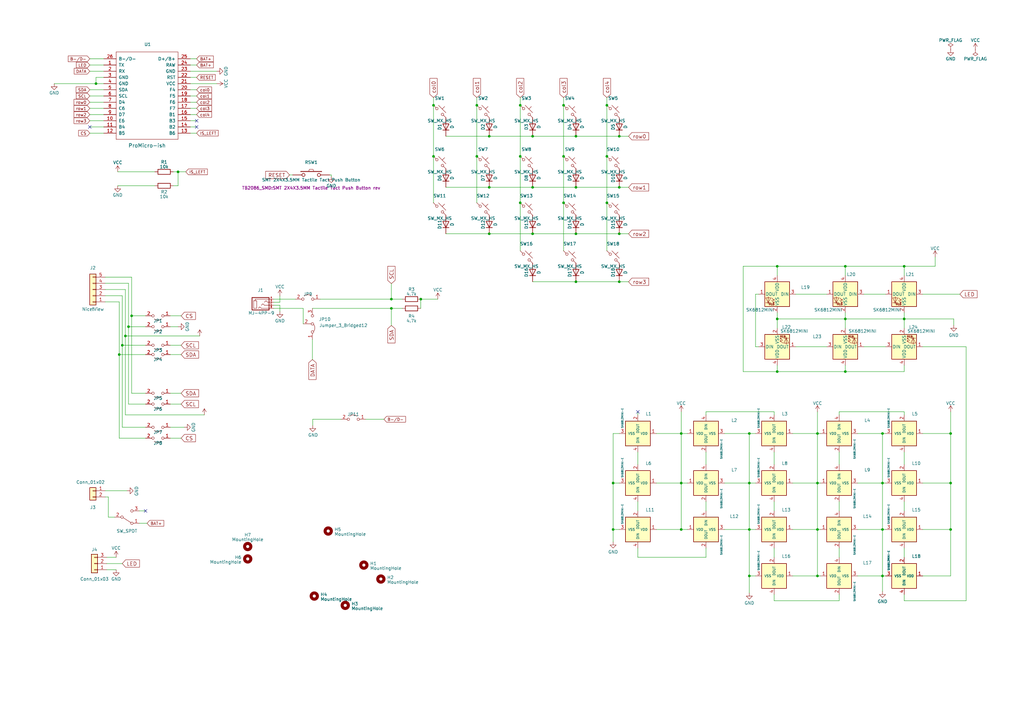
<source format=kicad_sch>
(kicad_sch (version 20231120) (generator "eeschema") (generator_version "8.0")
  (paper "A3")
  (title_block (title "uniCorne Cherry") (date "2023-07-20") (rev "0.9") (company "Thunderbird2086"))
  (junction (at 218.44 55.88))
  (junction (at 236.22 76.835))
  (junction (at 50.165 141.605))
  (junction (at 361.95 236.22))
  (junction (at 248.92 83.185))
  (junction (at 177.8 64.135))
  (junction (at 361.95 177.8))
  (junction (at 251.46 198.12))
  (junction (at 236.22 115.57))
  (junction (at 318.77 152.4))
  (junction (at 195.58 43.18))
  (junction (at 389.89 217.17))
  (junction (at 389.89 198.12))
  (junction (at 370.84 130.81))
  (junction (at 200.66 76.835))
  (junction (at 318.77 109.22))
  (junction (at 389.89 177.8))
  (junction (at 251.46 217.17))
  (junction (at 160.528 122.682))
  (junction (at 236.22 95.885))
  (junction (at 213.36 83.185))
  (junction (at 335.28 198.12))
  (junction (at 335.28 217.17))
  (junction (at 48.895 145.415))
  (junction (at 318.77 130.81))
  (junction (at 307.34 177.8))
  (junction (at 213.36 64.135))
  (junction (at 195.58 64.135))
  (junction (at 218.44 76.835))
  (junction (at 177.8 43.18))
  (junction (at 200.66 95.885))
  (junction (at 200.66 55.88))
  (junction (at 361.95 217.17))
  (junction (at 307.34 198.12))
  (junction (at 160.528 126.492))
  (junction (at 370.84 109.22))
  (junction (at 307.34 236.22))
  (junction (at 231.14 64.135))
  (junction (at 236.22 55.88))
  (junction (at 51.435 137.795))
  (junction (at 346.71 152.4))
  (junction (at 52.705 133.985))
  (junction (at 172.593 122.682))
  (junction (at 254 76.835))
  (junction (at 279.4 198.12))
  (junction (at 231.14 43.18))
  (junction (at 231.14 83.185))
  (junction (at 335.28 177.8))
  (junction (at 346.71 109.22))
  (junction (at 213.36 43.18))
  (junction (at 361.95 198.12))
  (junction (at 53.975 129.54))
  (junction (at 73.025 70.485))
  (junction (at 346.71 130.81))
  (junction (at 248.92 43.18))
  (junction (at 254 115.57))
  (junction (at 307.34 217.17))
  (junction (at 254 55.88))
  (junction (at 335.28 236.22))
  (junction (at 254 95.885))
  (junction (at 218.44 95.885))
  (junction (at 279.4 177.8))
  (junction (at 39.37 34.29))
  (junction (at 248.92 64.135))
  (junction (at 279.4 217.17))
  (no_connect (at 36.83 52.07))
  (no_connect (at 261.62 168.91))
  (no_connect (at 59.69 209.55))
  (no_connect (at 80.645 49.53))
  (no_connect (at 80.645 52.07))
  (wire (pts (xy 36.83 54.61) (xy 42.545 54.61)))
  (wire (pts (xy 200.66 55.88) (xy 218.44 55.88)))
  (wire (pts (xy 195.58 64.135) (xy 195.58 83.185)))
  (wire (pts (xy 269.24 198.12) (xy 279.4 198.12)))
  (wire (pts (xy 344.17 168.91) (xy 370.84 168.91)))
  (wire (pts (xy 281.94 217.17) (xy 279.4 217.17)))
  (wire (pts (xy 36.83 44.45) (xy 42.545 44.45)))
  (wire (pts (xy 135.89 71.755) (xy 135.255 71.755)))
  (wire (pts (xy 279.4 177.8) (xy 279.4 198.12)))
  (wire (pts (xy 326.39 120.65) (xy 339.09 120.65)))
  (wire (pts (xy 51.435 137.795) (xy 51.435 170.18)))
  (wire (pts (xy 135.89 72.39) (xy 135.89 71.755)))
  (wire (pts (xy 318.77 152.4) (xy 346.71 152.4)))
  (wire (pts (xy 261.62 228.6) (xy 289.56 228.6)))
  (wire (pts (xy 279.4 168.91) (xy 279.4 177.8)))
  (wire (pts (xy 78.105 34.29) (xy 88.9 34.29)))
  (wire (pts (xy 53.975 129.54) (xy 59.69 129.54)))
  (wire (pts (xy 59.69 141.605) (xy 50.165 141.605)))
  (wire (pts (xy 69.85 179.705) (xy 74.295 179.705)))
  (wire (pts (xy 269.24 217.17) (xy 279.4 217.17)))
  (wire (pts (xy 248.92 43.18) (xy 248.92 64.135)))
  (wire (pts (xy 51.435 118.745) (xy 43.18 118.745)))
  (wire (pts (xy 304.8 109.22) (xy 304.8 152.4)))
  (wire (pts (xy 74.295 145.415) (xy 69.85 145.415)))
  (wire (pts (xy 59.69 145.415) (xy 48.895 145.415)))
  (wire (pts (xy 177.8 64.135) (xy 177.8 83.185)))
  (wire (pts (xy 391.16 130.81) (xy 370.84 130.81)))
  (wire (pts (xy 128.143 139.192) (xy 128.143 147.447)))
  (wire (pts (xy 36.83 29.21) (xy 42.545 29.21)))
  (wire (pts (xy 231.14 64.135) (xy 231.14 83.185)))
  (wire (pts (xy 261.62 168.91) (xy 261.62 170.18)))
  (wire (pts (xy 346.71 130.81) (xy 370.84 130.81)))
  (wire (pts (xy 317.5 205.74) (xy 317.5 209.55)))
  (wire (pts (xy 361.95 236.22) (xy 363.22 236.22)))
  (wire (pts (xy 361.95 198.12) (xy 361.95 217.17)))
  (wire (pts (xy 53.975 129.54) (xy 53.975 113.665)))
  (wire (pts (xy 370.84 243.84) (xy 370.84 246.38)))
  (wire (pts (xy 251.46 198.12) (xy 254 198.12)))
  (wire (pts (xy 318.77 130.81) (xy 318.77 128.27)))
  (wire (pts (xy 297.18 177.8) (xy 307.34 177.8)))
  (wire (pts (xy 51.435 118.745) (xy 51.435 137.795)))
  (wire (pts (xy 78.105 41.91) (xy 80.645 41.91)))
  (wire (pts (xy 48.895 179.705) (xy 59.69 179.705)))
  (wire (pts (xy 78.105 29.21) (xy 88.9 29.21)))
  (wire (pts (xy 351.79 177.8) (xy 361.95 177.8)))
  (wire (pts (xy 39.37 31.75) (xy 39.37 34.29)))
  (wire (pts (xy 128.143 126.492) (xy 160.528 126.492)))
  (wire (pts (xy 289.56 185.42) (xy 289.56 190.5)))
  (wire (pts (xy 307.34 236.22) (xy 307.34 243.205)))
  (wire (pts (xy 378.46 120.65) (xy 393.7 120.65)))
  (wire (pts (xy 218.44 76.835) (xy 236.22 76.835)))
  (wire (pts (xy 279.4 177.8) (xy 281.94 177.8)))
  (wire (pts (xy 177.8 40.005) (xy 177.8 43.18)))
  (wire (pts (xy 36.83 41.91) (xy 42.545 41.91)))
  (wire (pts (xy 378.46 177.8) (xy 389.89 177.8)))
  (wire (pts (xy 78.105 39.37) (xy 80.645 39.37)))
  (wire (pts (xy 48.895 145.415) (xy 48.895 179.705)))
  (wire (pts (xy 251.46 177.8) (xy 254 177.8)))
  (wire (pts (xy 318.77 152.4) (xy 318.77 149.86)))
  (wire (pts (xy 52.705 165.735) (xy 59.69 165.735)))
  (wire (pts (xy 52.705 116.205) (xy 43.18 116.205)))
  (wire (pts (xy 42.545 26.67) (xy 36.83 26.67)))
  (wire (pts (xy 36.83 24.13) (xy 42.545 24.13)))
  (wire (pts (xy 336.55 217.17) (xy 335.28 217.17)))
  (wire (pts (xy 389.89 198.12) (xy 389.89 217.17)))
  (wire (pts (xy 43.18 201.295) (xy 52.07 201.295)))
  (wire (pts (xy 317.5 224.79) (xy 317.5 228.6)))
  (wire (pts (xy 279.4 198.12) (xy 281.94 198.12)))
  (wire (pts (xy 42.545 52.07) (xy 36.83 52.07)))
  (wire (pts (xy 218.44 115.57) (xy 236.22 115.57)))
  (wire (pts (xy 42.545 39.37) (xy 36.83 39.37)))
  (wire (pts (xy 53.975 161.29) (xy 53.975 129.54)))
  (wire (pts (xy 118.745 71.755) (xy 120.015 71.755)))
  (wire (pts (xy 257.81 55.88) (xy 254 55.88)))
  (wire (pts (xy 213.36 43.18) (xy 213.36 64.135)))
  (wire (pts (xy 52.705 133.985) (xy 59.69 133.985)))
  (wire (pts (xy 50.165 175.26) (xy 59.69 175.26)))
  (wire (pts (xy 318.77 109.22) (xy 318.77 113.03)))
  (wire (pts (xy 112.268 122.682) (xy 121.158 122.682)))
  (wire (pts (xy 335.28 217.17) (xy 335.28 236.22)))
  (wire (pts (xy 112.268 126.492) (xy 124.333 126.492)))
  (wire (pts (xy 309.88 120.65) (xy 311.15 120.65)))
  (wire (pts (xy 182.88 76.835) (xy 200.66 76.835)))
  (wire (pts (xy 307.34 198.12) (xy 309.88 198.12)))
  (wire (pts (xy 335.28 198.12) (xy 336.55 198.12)))
  (wire (pts (xy 257.81 115.57) (xy 254 115.57)))
  (wire (pts (xy 131.318 122.682) (xy 160.528 122.682)))
  (wire (pts (xy 354.33 142.24) (xy 363.22 142.24)))
  (wire (pts (xy 257.81 95.885) (xy 254 95.885)))
  (wire (pts (xy 370.84 190.5) (xy 370.84 185.42)))
  (wire (pts (xy 391.16 130.81) (xy 391.16 133.35)))
  (wire (pts (xy 251.46 217.17) (xy 254 217.17)))
  (wire (pts (xy 257.81 76.835) (xy 254 76.835)))
  (wire (pts (xy 231.14 40.005) (xy 231.14 43.18)))
  (wire (pts (xy 336.55 236.22) (xy 335.28 236.22)))
  (wire (pts (xy 53.975 161.29) (xy 59.69 161.29)))
  (wire (pts (xy 307.34 177.8) (xy 309.88 177.8)))
  (wire (pts (xy 124.333 126.492) (xy 124.333 132.842)))
  (wire (pts (xy 73.025 70.485) (xy 76.2 70.485)))
  (wire (pts (xy 361.95 236.22) (xy 361.95 242.57)))
  (wire (pts (xy 213.36 40.005) (xy 213.36 43.18)))
  (wire (pts (xy 182.88 55.88) (xy 200.66 55.88)))
  (wire (pts (xy 354.33 120.65) (xy 363.22 120.65)))
  (wire (pts (xy 304.8 152.4) (xy 318.77 152.4)))
  (wire (pts (xy 370.84 109.22) (xy 383.54 109.22)))
  (wire (pts (xy 39.37 34.29) (xy 42.545 34.29)))
  (wire (pts (xy 78.105 36.83) (xy 80.645 36.83)))
  (wire (pts (xy 231.14 83.185) (xy 231.14 102.87)))
  (wire (pts (xy 43.815 228.6) (xy 47.625 228.6)))
  (wire (pts (xy 36.83 36.83) (xy 42.545 36.83)))
  (wire (pts (xy 344.17 168.91) (xy 344.17 170.18)))
  (wire (pts (xy 182.88 95.885) (xy 200.66 95.885)))
  (wire (pts (xy 261.62 228.6) (xy 261.62 224.79)))
  (wire (pts (xy 36.83 49.53) (xy 42.545 49.53)))
  (wire (pts (xy 325.12 217.17) (xy 335.28 217.17)))
  (wire (pts (xy 69.85 175.26) (xy 75.565 175.26)))
  (wire (pts (xy 195.58 40.005) (xy 195.58 43.18)))
  (wire (pts (xy 261.62 190.5) (xy 261.62 185.42)))
  (wire (pts (xy 370.84 130.81) (xy 370.84 134.62)))
  (wire (pts (xy 261.62 205.74) (xy 261.62 209.55)))
  (wire (pts (xy 289.56 228.6) (xy 289.56 224.79)))
  (wire (pts (xy 346.71 130.81) (xy 346.71 134.62)))
  (wire (pts (xy 179.578 122.682) (xy 172.593 122.682)))
  (wire (pts (xy 251.46 177.8) (xy 251.46 198.12)))
  (wire (pts (xy 213.36 83.185) (xy 213.36 102.87)))
  (wire (pts (xy 74.295 161.29) (xy 69.85 161.29)))
  (wire (pts (xy 346.71 152.4) (xy 346.71 149.86)))
  (wire (pts (xy 172.593 126.492) (xy 172.593 122.682)))
  (wire (pts (xy 351.79 236.22) (xy 361.95 236.22)))
  (wire (pts (xy 231.14 43.18) (xy 231.14 64.135)))
  (wire (pts (xy 51.435 170.18) (xy 83.82 170.18)))
  (wire (pts (xy 318.77 109.22) (xy 346.71 109.22)))
  (wire (pts (xy 304.8 109.22) (xy 318.77 109.22)))
  (wire (pts (xy 317.5 168.91) (xy 317.5 170.18)))
  (wire (pts (xy 289.56 168.91) (xy 289.56 170.18)))
  (wire (pts (xy 361.95 198.12) (xy 363.22 198.12)))
  (wire (pts (xy 309.88 142.24) (xy 311.15 142.24)))
  (wire (pts (xy 44.45 212.09) (xy 44.45 203.835)))
  (wire (pts (xy 53.975 113.665) (xy 43.18 113.665)))
  (wire (pts (xy 318.77 130.81) (xy 346.71 130.81)))
  (wire (pts (xy 370.84 149.86) (xy 370.84 152.4)))
  (wire (pts (xy 48.26 76.2) (xy 63.5 76.2)))
  (wire (pts (xy 346.71 109.22) (xy 346.71 113.03)))
  (wire (pts (xy 44.45 212.09) (xy 46.99 212.09)))
  (wire (pts (xy 269.24 177.8) (xy 279.4 177.8)))
  (wire (pts (xy 248.92 64.135) (xy 248.92 83.185)))
  (wire (pts (xy 326.39 142.24) (xy 339.09 142.24)))
  (wire (pts (xy 200.66 95.885) (xy 218.44 95.885)))
  (wire (pts (xy 112.268 123.952) (xy 114.808 123.952)))
  (wire (pts (xy 346.71 130.81) (xy 346.71 128.27)))
  (wire (pts (xy 251.46 217.17) (xy 251.46 222.25)))
  (wire (pts (xy 297.18 198.12) (xy 307.34 198.12)))
  (wire (pts (xy 297.18 217.17) (xy 307.34 217.17)))
  (wire (pts (xy 370.84 152.4) (xy 346.71 152.4)))
  (wire (pts (xy 335.28 198.12) (xy 335.28 217.17)))
  (wire (pts (xy 396.24 246.38) (xy 370.84 246.38)))
  (wire (pts (xy 307.34 177.8) (xy 307.34 198.12)))
  (wire (pts (xy 74.295 141.605) (xy 69.85 141.605)))
  (wire (pts (xy 378.46 217.17) (xy 389.89 217.17)))
  (wire (pts (xy 370.84 128.27) (xy 370.84 130.81)))
  (wire (pts (xy 59.69 209.55) (xy 57.15 209.55)))
  (wire (pts (xy 114.808 123.952) (xy 114.808 121.412)))
  (wire (pts (xy 44.45 203.835) (xy 43.18 203.835)))
  (wire (pts (xy 50.165 141.605) (xy 50.165 175.26)))
  (wire (pts (xy 383.54 105.41) (xy 383.54 109.22)))
  (wire (pts (xy 69.85 129.54) (xy 74.295 129.54)))
  (wire (pts (xy 200.66 76.835) (xy 218.44 76.835)))
  (wire (pts (xy 318.77 130.81) (xy 318.77 134.62)))
  (wire (pts (xy 114.808 125.222) (xy 114.808 127.762)))
  (wire (pts (xy 78.105 31.75) (xy 80.645 31.75)))
  (wire (pts (xy 236.22 76.835) (xy 254 76.835)))
  (wire (pts (xy 43.18 123.825) (xy 48.895 123.825)))
  (wire (pts (xy 325.12 177.8) (xy 335.28 177.8)))
  (wire (pts (xy 236.22 95.885) (xy 254 95.885)))
  (wire (pts (xy 289.56 168.91) (xy 317.5 168.91)))
  (wire (pts (xy 128.27 171.958) (xy 139.827 171.958)))
  (wire (pts (xy 325.12 198.12) (xy 335.28 198.12)))
  (wire (pts (xy 160.528 116.332) (xy 160.528 122.682)))
  (wire (pts (xy 236.22 55.88) (xy 254 55.88)))
  (wire (pts (xy 78.105 46.99) (xy 80.645 46.99)))
  (wire (pts (xy 370.84 109.22) (xy 370.84 113.03)))
  (wire (pts (xy 74.295 165.735) (xy 69.85 165.735)))
  (wire (pts (xy 389.89 168.91) (xy 389.89 177.8)))
  (wire (pts (xy 51.435 137.795) (xy 81.915 137.795)))
  (wire (pts (xy 112.268 125.222) (xy 114.808 125.222)))
  (wire (pts (xy 69.85 133.985) (xy 73.025 133.985)))
  (wire (pts (xy 335.28 177.8) (xy 336.55 177.8)))
  (wire (pts (xy 309.88 120.65) (xy 309.88 142.24)))
  (wire (pts (xy 128.27 174.498) (xy 128.27 171.958)))
  (wire (pts (xy 160.528 126.492) (xy 164.973 126.492)))
  (wire (pts (xy 370.84 205.74) (xy 370.84 209.55)))
  (wire (pts (xy 325.12 236.22) (xy 335.28 236.22)))
  (wire (pts (xy 177.8 43.18) (xy 177.8 64.135)))
  (wire (pts (xy 248.92 40.005) (xy 248.92 43.18)))
  (wire (pts (xy 361.95 217.17) (xy 361.95 236.22)))
  (wire (pts (xy 317.5 246.38) (xy 344.17 246.38)))
  (wire (pts (xy 160.528 122.682) (xy 164.973 122.682)))
  (wire (pts (xy 236.22 115.57) (xy 254 115.57)))
  (wire (pts (xy 351.79 217.17) (xy 361.95 217.17)))
  (wire (pts (xy 361.95 217.17) (xy 363.22 217.17)))
  (wire (pts (xy 307.34 236.22) (xy 309.88 236.22)))
  (wire (pts (xy 43.18 121.285) (xy 50.165 121.285)))
  (wire (pts (xy 389.89 177.8) (xy 389.89 198.12)))
  (wire (pts (xy 361.95 177.8) (xy 361.95 198.12)))
  (wire (pts (xy 43.815 233.68) (xy 47.625 233.68)))
  (wire (pts (xy 335.28 168.91) (xy 335.28 177.8)))
  (wire (pts (xy 39.37 31.75) (xy 42.545 31.75)))
  (wire (pts (xy 344.17 224.79) (xy 344.17 228.6)))
  (wire (pts (xy 36.83 46.99) (xy 42.545 46.99)))
  (wire (pts (xy 50.165 121.285) (xy 50.165 141.605)))
  (wire (pts (xy 344.17 185.42) (xy 344.17 190.5)))
  (wire (pts (xy 160.528 126.492) (xy 160.528 133.477)))
  (wire (pts (xy 195.58 43.18) (xy 195.58 64.135)))
  (wire (pts (xy 48.26 70.485) (xy 63.5 70.485)))
  (wire (pts (xy 361.95 177.8) (xy 363.22 177.8)))
  (wire (pts (xy 307.34 217.17) (xy 307.34 236.22)))
  (wire (pts (xy 370.84 224.79) (xy 370.84 228.6)))
  (wire (pts (xy 78.105 24.13) (xy 80.645 24.13)))
  (wire (pts (xy 71.12 76.2) (xy 73.025 76.2)))
  (wire (pts (xy 344.17 246.38) (xy 344.17 243.84)))
  (wire (pts (xy 43.815 231.14) (xy 50.165 231.14)))
  (wire (pts (xy 149.987 171.958) (xy 157.48 171.958)))
  (wire (pts (xy 378.46 198.12) (xy 389.89 198.12)))
  (wire (pts (xy 52.705 165.735) (xy 52.705 133.985)))
  (wire (pts (xy 317.5 190.5) (xy 317.5 185.42)))
  (wire (pts (xy 57.15 214.63) (xy 60.325 214.63)))
  (wire (pts (xy 307.34 217.17) (xy 309.88 217.17)))
  (wire (pts (xy 78.105 49.53) (xy 80.645 49.53)))
  (wire (pts (xy 78.105 52.07) (xy 80.645 52.07)))
  (wire (pts (xy 307.34 198.12) (xy 307.34 217.17)))
  (wire (pts (xy 378.46 236.22) (xy 389.89 236.22)))
  (wire (pts (xy 71.12 70.485) (xy 73.025 70.485)))
  (wire (pts (xy 351.79 198.12) (xy 361.95 198.12)))
  (wire (pts (xy 251.46 198.12) (xy 251.46 217.17)))
  (wire (pts (xy 73.025 70.485) (xy 73.025 76.2)))
  (wire (pts (xy 218.44 55.88) (xy 236.22 55.88)))
  (wire (pts (xy 279.4 198.12) (xy 279.4 217.17)))
  (wire (pts (xy 78.105 54.61) (xy 80.645 54.61)))
  (wire (pts (xy 389.89 217.17) (xy 389.89 236.22)))
  (wire (pts (xy 78.105 44.45) (xy 80.645 44.45)))
  (wire (pts (xy 370.84 168.91) (xy 370.84 170.18)))
  (wire (pts (xy 317.5 246.38) (xy 317.5 243.84)))
  (wire (pts (xy 396.24 142.24) (xy 378.46 142.24)))
  (wire (pts (xy 344.17 205.74) (xy 344.17 209.55)))
  (wire (pts (xy 22.225 34.29) (xy 39.37 34.29)))
  (wire (pts (xy 48.895 123.825) (xy 48.895 145.415)))
  (wire (pts (xy 52.705 133.985) (xy 52.705 116.205)))
  (wire (pts (xy 396.24 246.38) (xy 396.24 142.24)))
  (wire (pts (xy 346.71 109.22) (xy 370.84 109.22)))
  (wire (pts (xy 218.44 95.885) (xy 236.22 95.885)))
  (wire (pts (xy 248.92 83.185) (xy 248.92 102.87)))
  (wire (pts (xy 78.105 26.67) (xy 80.645 26.67)))
  (wire (pts (xy 289.56 205.74) (xy 289.56 209.55)))
  (wire (pts (xy 213.36 64.135) (xy 213.36 83.185)))
  (wire (pts (xy 335.28 177.8) (xy 335.28 198.12)))
  (global_label "col0" (shape input) (at 177.8 40.005 90) (effects (font (size 1.524 1.524))) (property "Intersheetrefs" "${INTERSHEET_REFS}" (effects (hide yes))))
  (global_label "col4" (shape input) (at 248.92 40.005 90) (effects (font (size 1.524 1.524))) (property "Intersheetrefs" "${INTERSHEET_REFS}" (effects (hide yes))))
  (global_label "BAT+" (shape input) (at 80.645 26.67 0) (effects (font (size 1.1938 1.1938))) (property "Intersheetrefs" "${INTERSHEET_REFS}" (effects (hide yes))))
  (global_label "RESET" (shape input) (at 118.745 71.755 180) (effects (font (size 1.524 1.524))) (property "Intersheetrefs" "${INTERSHEET_REFS}" (effects (hide yes))))
  (global_label "IS_LEFT" (shape input) (at 80.645 54.61 0) (effects (font (size 1.1938 1.1938))) (property "Intersheetrefs" "${INTERSHEET_REFS}" (effects (hide yes))))
  (global_label "col1" (shape input) (at 195.58 40.005 90) (effects (font (size 1.524 1.524))) (property "Intersheetrefs" "${INTERSHEET_REFS}" (effects (hide yes))))
  (global_label "SCL" (shape input) (at 36.83 39.37 180) (effects (font (size 1.1938 1.1938))) (property "Intersheetrefs" "${INTERSHEET_REFS}" (effects (hide yes))))
  (global_label "SDA" (shape input) (at 160.528 133.477 270) (effects (font (size 1.524 1.524))) (property "Intersheetrefs" "${INTERSHEET_REFS}" (effects (hide yes))))
  (global_label "row1" (shape input) (at 36.83 44.45 180) (effects (font (size 1.1938 1.1938))) (property "Intersheetrefs" "${INTERSHEET_REFS}" (effects (hide yes))))
  (global_label "B-{slash}D-" (shape input) (at 36.83 24.13 180) (effects (font (size 1.1938 1.1938))) (property "Intersheetrefs" "${INTERSHEET_REFS}" (effects (hide yes))))
  (global_label "row1" (shape input) (at 257.81 76.835 0) (effects (font (size 1.524 1.524))) (property "Intersheetrefs" "${INTERSHEET_REFS}" (effects (hide yes))))
  (global_label "row2" (shape input) (at 257.81 95.885 0) (effects (font (size 1.524 1.524))) (property "Intersheetrefs" "${INTERSHEET_REFS}" (effects (hide yes))))
  (global_label "IS_LEFT" (shape input) (at 76.2 70.485 0) (effects (font (size 1.1938 1.1938))) (property "Intersheetrefs" "${INTERSHEET_REFS}" (effects (hide yes))))
  (global_label "SCL" (shape input) (at 74.295 165.735 0) (effects (font (size 1.524 1.524))) (property "Intersheetrefs" "${INTERSHEET_REFS}" (effects (hide yes))))
  (global_label "LED" (shape input) (at 393.7 120.65 0) (effects (font (size 1.524 1.524))) (property "Intersheetrefs" "${INTERSHEET_REFS}" (effects (hide yes))))
  (global_label "col2" (shape input) (at 213.36 40.005 90) (effects (font (size 1.524 1.524))) (property "Intersheetrefs" "${INTERSHEET_REFS}" (effects (hide yes))))
  (global_label "LED" (shape input) (at 36.83 26.67 180) (effects (font (size 1.1938 1.1938))) (property "Intersheetrefs" "${INTERSHEET_REFS}" (effects (hide yes))))
  (global_label "BAT+" (shape input) (at 80.645 24.13 0) (effects (font (size 1.1938 1.1938))) (property "Intersheetrefs" "${INTERSHEET_REFS}" (effects (hide yes))))
  (global_label "row3" (shape input) (at 257.81 115.57 0) (effects (font (size 1.524 1.524))) (property "Intersheetrefs" "${INTERSHEET_REFS}" (effects (hide yes))))
  (global_label "LED" (shape input) (at 50.165 231.14 0) (effects (font (size 1.524 1.524))) (property "Intersheetrefs" "${INTERSHEET_REFS}" (effects (hide yes))))
  (global_label "col4" (shape input) (at 80.645 46.99 0) (effects (font (size 1.1938 1.1938))) (property "Intersheetrefs" "${INTERSHEET_REFS}" (effects (hide yes))))
  (global_label "col0" (shape input) (at 80.645 36.83 0) (effects (font (size 1.1938 1.1938))) (property "Intersheetrefs" "${INTERSHEET_REFS}" (effects (hide yes))))
  (global_label "SDA" (shape input) (at 74.295 161.29 0) (effects (font (size 1.524 1.524))) (property "Intersheetrefs" "${INTERSHEET_REFS}" (effects (hide yes))))
  (global_label "BAT+" (shape input) (at 60.325 214.63 0) (effects (font (size 1.1938 1.1938))) (property "Intersheetrefs" "${INTERSHEET_REFS}" (effects (hide yes))))
  (global_label "CS" (shape input) (at 36.83 54.61 180) (effects (font (size 1.1938 1.1938))) (property "Intersheetrefs" "${INTERSHEET_REFS}" (effects (hide yes))))
  (global_label "RESET" (shape input) (at 80.645 31.75 0) (effects (font (size 1.1938 1.1938))) (property "Intersheetrefs" "${INTERSHEET_REFS}" (effects (hide yes))))
  (global_label "B-{slash}D-" (shape input) (at 157.48 171.958 0) (effects (font (size 1.1938 1.1938))) (property "Intersheetrefs" "${INTERSHEET_REFS}" (effects (hide yes))))
  (global_label "row3" (shape input) (at 36.83 49.53 180) (effects (font (size 1.1938 1.1938))) (property "Intersheetrefs" "${INTERSHEET_REFS}" (effects (hide yes))))
  (global_label "col3" (shape input) (at 231.14 40.005 90) (effects (font (size 1.524 1.524))) (property "Intersheetrefs" "${INTERSHEET_REFS}" (effects (hide yes))))
  (global_label "col3" (shape input) (at 80.645 44.45 0) (effects (font (size 1.1938 1.1938))) (property "Intersheetrefs" "${INTERSHEET_REFS}" (effects (hide yes))))
  (global_label "SCL" (shape input) (at 74.295 141.605 0) (effects (font (size 1.524 1.524))) (property "Intersheetrefs" "${INTERSHEET_REFS}" (effects (hide yes))))
  (global_label "row0" (shape input) (at 257.81 55.88 0) (effects (font (size 1.524 1.524))) (property "Intersheetrefs" "${INTERSHEET_REFS}" (effects (hide yes))))
  (global_label "SCL" (shape input) (at 160.528 116.332 90) (effects (font (size 1.524 1.524))) (property "Intersheetrefs" "${INTERSHEET_REFS}" (effects (hide yes))))
  (global_label "SDA" (shape input) (at 36.83 36.83 180) (effects (font (size 1.1938 1.1938))) (property "Intersheetrefs" "${INTERSHEET_REFS}" (effects (hide yes))))
  (global_label "col1" (shape input) (at 80.645 39.37 0) (effects (font (size 1.1938 1.1938))) (property "Intersheetrefs" "${INTERSHEET_REFS}" (effects (hide yes))))
  (global_label "DATA" (shape input) (at 128.143 147.447 270) (effects (font (size 1.524 1.524))) (property "Intersheetrefs" "${INTERSHEET_REFS}" (effects (hide yes))))
  (global_label "CS" (shape input) (at 74.295 179.705 0) (effects (font (size 1.524 1.524))) (property "Intersheetrefs" "${INTERSHEET_REFS}" (effects (hide yes))))
  (global_label "SDA" (shape input) (at 74.295 145.415 0) (effects (font (size 1.524 1.524))) (property "Intersheetrefs" "${INTERSHEET_REFS}" (effects (hide yes))))
  (global_label "DATA" (shape input) (at 36.83 29.21 180) (effects (font (size 1.1938 1.1938))) (property "Intersheetrefs" "${INTERSHEET_REFS}" (effects (hide yes))))
  (global_label "col2" (shape input) (at 80.645 41.91 0) (effects (font (size 1.1938 1.1938))) (property "Intersheetrefs" "${INTERSHEET_REFS}" (effects (hide yes))))
  (global_label "row2" (shape input) (at 36.83 46.99 180) (effects (font (size 1.1938 1.1938))) (property "Intersheetrefs" "${INTERSHEET_REFS}" (effects (hide yes))))
  (global_label "CS" (shape input) (at 74.295 129.54 0) (effects (font (size 1.524 1.524))) (property "Intersheetrefs" "${INTERSHEET_REFS}" (effects (hide yes))))
  (global_label "row0" (shape input) (at 36.83 41.91 180) (effects (font (size 1.1938 1.1938))) (property "Intersheetrefs" "${INTERSHEET_REFS}" (effects (hide yes))))
  (symbol (lib_id "Device:D") (at 218.44 111.76 90) (unit 1)
    (property "Reference" "D16" (at 215.9 111.76 0))
    (property "Value" "D" (at 220.98 111.76 0))
    (property "Footprint" "TB2086_SMD:D3_SMD_rev" (effects (hide yes)))
    (property "Sim.Device" "D" (effects (hide yes)))
    (property "Sim.Pins" "1=K 2=A" (effects (hide yes)))
  )
  (symbol (lib_id "Jumper:Jumper_2_Open") (at 64.77 165.735 180) (unit 1)
    (property "Reference" "JP6" (at 64.77 167.767 0))
    (property "Footprint" "Jumper:SolderJumper-2_P1.3mm_Open_TrianglePad1.0x1.5mm" (effects (hide yes)))
  )
  (symbol (lib_id "TB2086_KEYSWITCH:SW_MX_HS") (at 198.12 85.725 0) (unit 1)
    (property "Reference" "SW12" (at 198.12 80.3021 0))
    (property "Value" "SW_MX_HS" (at 198.12 89.535 0))
    (property "Footprint" "TB2086_KEYSWITCH:SW_MX_HS_1u_reversible" (effects (hide yes)))
  )
  (symbol (lib_id "TB2086_LED:SK6812MINI-E") (at 370.84 236.22 270) (mirror x) (unit 1)
    (property "Reference" "L18" (at 373.9897 228.1301 90) (effects (justify left)))
    (property "Value" "SK6812MINI-E" (at 364.49 229.87 0) (effects (font (size 0.7366 0.7366))))
    (property "Footprint" "TB2086_LED:LED_SK6812MINI-E_rev" (effects (hide yes)))
    (property "Datasheet" "https://cdn-shop.adafruit.com/product-files/2686/SK6812MINI_REV.01-1-2.pdf" (effects (hide yes)))
  )
  (symbol (lib_id "Mechanical:MountingHole") (at 141.605 248.285 0) (unit 1)
    (property "Reference" "H3" (at 144.145 247.6413 0) (effects (justify left)))
    (property "Value" "MountingHole" (at 144.145 249.5623 0) (effects (justify left)))
    (property "Footprint" "TB2086_MISC:M2_Hole_TH_Outside" (effects (hide yes)))
  )
  (symbol (lib_id "Switch:SW_SPDT") (at 52.07 212.09 0) (mirror x) (unit 1)
    (property "Reference" "PSW1" (effects (hide yes)))
    (property "Value" "SW_SPDT" (at 52.07 217.805 0))
    (property "Footprint" "TB2086_SMD:SW_SPDT_PCM12_reversible" (effects (hide yes)))
  )
  (symbol (lib_id "Device:D") (at 182.88 52.07 90) (unit 1)
    (property "Reference" "D1" (at 180.34 52.07 0))
    (property "Value" "D" (at 185.42 52.07 0))
    (property "Footprint" "TB2086_SMD:D3_SMD_rev" (effects (hide yes)))
    (property "Sim.Device" "D" (effects (hide yes)))
    (property "Sim.Pins" "1=K 2=A" (effects (hide yes)))
  )
  (symbol (lib_id "TB2086_KEYSWITCH:SW_MX_HS") (at 215.9 105.41 0) (unit 1)
    (property "Reference" "SW16" (at 215.9 99.9871 0))
    (property "Value" "SW_MX_HS" (at 215.9 109.22 0))
    (property "Footprint" "TB2086_KEYSWITCH:SW_MX_HS_1u_reversible" (effects (hide yes)))
  )
  (symbol (lib_id "Device:D") (at 200.66 92.075 90) (unit 1)
    (property "Reference" "D12" (at 198.12 92.075 0))
    (property "Value" "D" (at 203.2 92.075 0))
    (property "Footprint" "TB2086_SMD:D3_SMD_rev" (effects (hide yes)))
    (property "Sim.Device" "D" (effects (hide yes)))
    (property "Sim.Pins" "1=K 2=A" (effects (hide yes)))
  )
  (symbol (lib_id "power:VCC") (at 81.915 137.795 0) (unit 1)
    (property "Reference" "#PWR04" (effects (hide yes)))
    (property "Value" "VCC" (effects (hide yes)))
  )
  (symbol (lib_id "Device:D") (at 218.44 92.075 90) (unit 1)
    (property "Reference" "D13" (at 215.9 92.075 0))
    (property "Value" "D" (at 220.98 92.075 0))
    (property "Footprint" "TB2086_SMD:D3_SMD_rev" (effects (hide yes)))
    (property "Sim.Device" "D" (effects (hide yes)))
    (property "Sim.Pins" "1=K 2=A" (effects (hide yes)))
  )
  (symbol (lib_id "power:GND") (at 114.808 127.762 0) (unit 1)
    (property "Reference" "#PWR08" (effects (hide yes)))
    (property "Value" "GND" (at 114.808 131.572 0))
  )
  (symbol (lib_id "Device:R") (at 168.783 122.682 90) (unit 1)
    (property "Reference" "R3" (at 168.783 118.6561 90))
    (property "Value" "4.7k" (at 168.783 120.5771 90))
    (property "Footprint" "TB2086_SMD:R_0805_2012Metric_Pad1.20x1.40mm_HandSolder_rev" (effects (hide yes)))
  )
  (symbol (lib_id "power:GND") (at 75.565 175.26 90) (unit 1)
    (property "Reference" "#PWR02" (effects (hide yes)))
    (property "Value" "GND" (at 79.375 175.26 0))
  )
  (symbol (lib_id "TB2086_LED:SK6812MINI-E") (at 317.5 198.12 270) (mirror x) (unit 1)
    (property "Reference" "L8" (at 320.6497 190.0301 90) (effects (justify left)))
    (property "Value" "SK6812MINI-E" (at 311.15 191.77 0) (effects (font (size 0.7366 0.7366))))
    (property "Footprint" "TB2086_LED:LED_SK6812MINI-E_rev" (effects (hide yes)))
    (property "Datasheet" "https://cdn-shop.adafruit.com/product-files/2686/SK6812MINI_REV.01-1-2.pdf" (effects (hide yes)))
  )
  (symbol (lib_id "power:VCC") (at 389.89 168.91 0) (unit 1)
    (property "Reference" "#PWR0104" (effects (hide yes)))
    (property "Value" "VCC" (at 389.89 165.4081 0))
  )
  (symbol (lib_id "power:VCC") (at 47.625 228.6 0) (unit 1)
    (property "Reference" "#PWR0116" (effects (hide yes)))
    (property "Value" "VCC" (at 47.625 224.79 0))
  )
  (symbol (lib_id "Jumper:Jumper_2_Open") (at 64.77 145.415 180) (unit 1)
    (property "Reference" "JP4" (at 64.77 147.447 0))
    (property "Footprint" "Jumper:SolderJumper-2_P1.3mm_Open_TrianglePad1.0x1.5mm" (effects (hide yes)))
  )
  (symbol (lib_id "Jumper:Jumper_2_Open") (at 126.238 122.682 0) (mirror y) (unit 1)
    (property "Reference" "JP9" (at 126.238 120.65 0))
    (property "Footprint" "TB2086_MISC:SolderJumper-2_P1.3mm_Open_TrianglePad1.0x1.2mm_rev" (effects (hide yes)))
  )
  (symbol (lib_id "TB2086_KEYSWITCH:SW_MX_HS") (at 233.68 45.72 0) (unit 1)
    (property "Reference" "SW4" (at 233.68 40.2971 0))
    (property "Value" "SW_MX_HS" (at 233.68 49.53 0))
    (property "Footprint" "TB2086_KEYSWITCH:SW_MX_HS_1u_reversible" (effects (hide yes)))
  )
  (symbol (lib_id "Jumper:Jumper_2_Open") (at 64.77 133.985 180) (unit 1)
    (property "Reference" "JP2" (at 64.77 136.017 0))
    (property "Footprint" "Jumper:SolderJumper-2_P1.3mm_Open_TrianglePad1.0x1.5mm" (effects (hide yes)))
  )
  (symbol (lib_id "TB2086_LED:SK6812MINI") (at 370.84 142.24 0) (mirror x) (unit 1)
    (property "Reference" "L24" (at 372.7959 134.1501 0) (effects (justify left)))
    (property "Value" "SK6812MINI" (at 372.11 136.525 0) (effects (justify left top)))
    (property "Footprint" "TB2086_LED:LED_SK6812MINI_PLCC4_3.5x3.5mm_P1.75mm_rev_all" (effects (hide yes)))
    (property "Datasheet" "https://cdn-shop.adafruit.com/product-files/2686/SK6812MINI_REV.01-1-2.pdf" (effects (hide yes)))
  )
  (symbol (lib_id "TB2086_SMD:SMT 2X4X3.5MM Tactile Tact Push Button") (at 127.635 71.755 0) (mirror y) (unit 1)
    (property "Reference" "RSW1" (at 127.635 66.5861 0))
    (property "Value" "SMT 2X4X3.5MM Tactile Tact Push Button" (at 127.635 73.787 0))
    (property "Footprint" "TB2086_SMD:SMT 2X4X3.5MM Tactile Tact Push Button rev" (at 127.6096 77.089 0))
  )
  (symbol (lib_id "TB2086_LED:SK6812MINI-E") (at 344.17 217.17 90) (mirror x) (unit 1)
    (property "Reference" "L14" (at 355.738 211.7723 90))
    (property "Value" "SK6812MINI-E" (at 350.52 223.52 0) (effects (font (size 0.7366 0.7366))))
    (property "Footprint" "TB2086_LED:LED_SK6812MINI-E_rev" (effects (hide yes)))
    (property "Datasheet" "https://cdn-shop.adafruit.com/product-files/2686/SK6812MINI_REV.01-1-2.pdf" (effects (hide yes)))
  )
  (symbol (lib_id "power:VCC") (at 179.578 122.682 0) (unit 1)
    (property "Reference" "#PWR010" (effects (hide yes)))
    (property "Value" "VCC" (at 179.578 118.872 0))
  )
  (symbol (lib_id "power:PWR_FLAG") (at 400.05 20.32 180) (unit 1)
    (property "Reference" "#FLG0101" (effects (hide yes)))
    (property "Value" "PWR_FLAG" (at 400.05 24.13 0))
  )
  (symbol (lib_id "power:GND") (at 52.07 201.295 90) (unit 1)
    (property "Reference" "#PWR0118" (effects (hide yes)))
    (property "Value" "GND" (at 56.007 201.422 0))
  )
  (symbol (lib_id "TB2086_MISC:ProMicro-ish") (at 60.325 45.72 0) (unit 1)
    (property "Reference" "U1" (at 60.5282 18.1958 0))
    (property "Value" "ProMicro-ish" (at 60.325 59.69 0) (effects (font (size 1.524 1.524))))
    (property "Footprint" "TB2086_MISC:ProMicro-ish-dn-rev-unrouted_3x5" (effects (hide yes)))
  )
  (symbol (lib_id "TB2086_KEYSWITCH:SW_MX_HS") (at 251.46 85.725 0) (unit 1)
    (property "Reference" "SW15" (at 251.46 80.3021 0))
    (property "Value" "SW_MX_HS" (at 251.46 89.535 0))
    (property "Footprint" "TB2086_KEYSWITCH:SW_MX_HS_1u_reversible" (effects (hide yes)))
  )
  (symbol (lib_id "Device:R") (at 67.31 76.2 90) (unit 1)
    (property "Reference" "R2" (at 67.31 78.724 90))
    (property "Value" "10k" (at 67.31 80.645 90))
    (property "Footprint" "Resistor_SMD:R_0805_2012Metric_Pad1.20x1.40mm_HandSolder" (effects (hide yes)))
  )
  (symbol (lib_id "power:GND") (at 251.46 222.25 0) (unit 1)
    (property "Reference" "#PWR0101" (effects (hide yes)))
    (property "Value" "GND" (at 251.46 226.3855 0))
  )
  (symbol (lib_id "TB2086_LED:SK6812MINI") (at 318.77 120.65 0) (mirror y) (unit 1)
    (property "Reference" "L19" (at 330.338 117.8179 0))
    (property "Value" "SK6812MINI" (at 317.5 126.365 0) (effects (justify left top)))
    (property "Footprint" "TB2086_LED:LED_SK6812MINI_PLCC4_3.5x3.5mm_P1.75mm_rev_all" (effects (hide yes)))
    (property "Datasheet" "https://cdn-shop.adafruit.com/product-files/2686/SK6812MINI_REV.01-1-2.pdf" (effects (hide yes)))
  )
  (symbol (lib_id "TB2086_LED:SK6812MINI") (at 346.71 120.65 0) (mirror y) (unit 1)
    (property "Reference" "L20" (at 347.2941 112.5601 0) (effects (justify right)))
    (property "Value" "SK6812MINI" (at 345.44 126.365 0) (effects (justify left top)))
    (property "Footprint" "TB2086_LED:LED_SK6812MINI_PLCC4_3.5x3.5mm_P1.75mm_rev_all" (effects (hide yes)))
    (property "Datasheet" "https://cdn-shop.adafruit.com/product-files/2686/SK6812MINI_REV.01-1-2.pdf" (effects (hide yes)))
  )
  (symbol (lib_id "Device:R") (at 67.31 70.485 90) (unit 1)
    (property "Reference" "R1" (at 67.31 66.4591 90))
    (property "Value" "10k" (at 67.31 68.3801 90))
    (property "Footprint" "Resistor_SMD:R_0805_2012Metric_Pad1.20x1.40mm_HandSolder" (effects (hide yes)))
  )
  (symbol (lib_id "TB2086_LED:SK6812MINI-E") (at 344.17 177.8 90) (mirror x) (unit 1)
    (property "Reference" "L4" (at 355.738 172.4023 90))
    (property "Value" "SK6812MINI-E" (at 350.52 184.15 0) (effects (font (size 0.7366 0.7366))))
    (property "Footprint" "TB2086_LED:LED_SK6812MINI-E_rev" (effects (hide yes)))
    (property "Datasheet" "https://cdn-shop.adafruit.com/product-files/2686/SK6812MINI_REV.01-1-2.pdf" (effects (hide yes)))
  )
  (symbol (lib_id "power:VCC") (at 83.82 170.18 0) (unit 1)
    (property "Reference" "#PWR03" (effects (hide yes)))
    (property "Value" "VCC" (effects (hide yes)))
  )
  (symbol (lib_id "power:PWR_FLAG") (at 389.89 20.32 0) (unit 1)
    (property "Reference" "#FLG0102" (effects (hide yes)))
    (property "Value" "PWR_FLAG" (at 389.89 16.51 0))
  )
  (symbol (lib_id "Mechanical:MountingHole") (at 128.905 244.475 0) (unit 1)
    (property "Reference" "H4" (at 131.445 243.8313 0) (effects (justify left)))
    (property "Value" "MountingHole" (at 131.445 245.7523 0) (effects (justify left)))
    (property "Footprint" "TB2086_MISC:M2_Hole_TH_Outside" (effects (hide yes)))
  )
  (symbol (lib_id "TB2086_LED:SK6812MINI-E") (at 261.62 217.17 270) (mirror x) (unit 1)
    (property "Reference" "L11" (at 264.7697 209.0801 90) (effects (justify left)))
    (property "Value" "SK6812MINI-E" (at 255.27 210.82 0) (effects (font (size 0.7366 0.7366))))
    (property "Footprint" "TB2086_LED:LED_SK6812MINI-E_rev" (effects (hide yes)))
    (property "Datasheet" "https://cdn-shop.adafruit.com/product-files/2686/SK6812MINI_REV.01-1-2.pdf" (effects (hide yes)))
  )
  (symbol (lib_id "TB2086_MISC:MJ-4PP-9") (at 107.188 124.587 0) (unit 1)
    (property "Reference" "J1" (at 106.8705 119.0117 0))
    (property "Value" "MJ-4PP-9" (at 107.188 128.397 0))
    (property "Footprint" "TB2086_MISC:TRRS-PJ-320A-rev" (effects (hide yes)))
  )
  (symbol (lib_id "power:GND") (at 48.26 76.2 0) (unit 1)
    (property "Reference" "#PWR06" (effects (hide yes)))
    (property "Value" "GND" (at 48.26 80.01 0))
  )
  (symbol (lib_id "Device:D") (at 200.66 52.07 90) (unit 1)
    (property "Reference" "D2" (at 198.12 52.07 0))
    (property "Value" "D" (at 203.2 52.07 0))
    (property "Footprint" "TB2086_SMD:D3_SMD_rev" (effects (hide yes)))
    (property "Sim.Device" "D" (effects (hide yes)))
    (property "Sim.Pins" "1=K 2=A" (effects (hide yes)))
  )
  (symbol (lib_id "power:VCC") (at 114.808 121.412 0) (unit 1)
    (property "Reference" "#PWR07" (effects (hide yes)))
    (property "Value" "VCC" (at 114.808 117.602 0))
  )
  (symbol (lib_id "TB2086_KEYSWITCH:SW_MX_HS") (at 233.68 105.41 0) (unit 1)
    (property "Reference" "SW17" (at 233.68 99.9871 0))
    (property "Value" "SW_MX_HS" (at 233.68 109.22 0))
    (property "Footprint" "TB2086_KEYSWITCH:SW_MX_HS_1u_reversible" (effects (hide yes)))
  )
  (symbol (lib_id "TB2086_LED:SK6812MINI") (at 346.71 142.24 0) (mirror x) (unit 1)
    (property "Reference" "L23" (at 335.142 138.0361 0))
    (property "Value" "SK6812MINI" (at 347.98 136.525 0) (effects (justify left top)))
    (property "Footprint" "TB2086_LED:LED_SK6812MINI_PLCC4_3.5x3.5mm_P1.75mm_rev_all" (effects (hide yes)))
    (property "Datasheet" "https://cdn-shop.adafruit.com/product-files/2686/SK6812MINI_REV.01-1-2.pdf" (effects (hide yes)))
  )
  (symbol (lib_id "Jumper:Jumper_2_Open") (at 64.77 175.26 180) (unit 1)
    (property "Reference" "JP7" (at 64.77 177.292 0))
    (property "Footprint" "Jumper:SolderJumper-2_P1.3mm_Open_TrianglePad1.0x1.5mm" (effects (hide yes)))
  )
  (symbol (lib_id "TB2086_KEYSWITCH:SW_MX_HS") (at 198.12 66.675 0) (unit 1)
    (property "Reference" "SW7" (at 198.12 61.2521 0))
    (property "Value" "SW_MX_HS" (at 198.12 70.485 0))
    (property "Footprint" "TB2086_KEYSWITCH:SW_MX_HS_1u_reversible" (effects (hide yes)))
  )
  (symbol (lib_id "Jumper:Jumper_3_Bridged12") (at 128.143 132.842 270) (mirror x) (unit 1)
    (property "Reference" "JP10" (at 133.223 130.937 90))
    (property "Value" "Jumper_3_Bridged12" (at 140.843 133.477 90))
    (property "Footprint" "TB2086_MISC:SolderJumper-3_P1.3mm_Bridged2Bar12_RoundedPad1.0x1.5mm_rev" (effects (hide yes)))
  )
  (symbol (lib_id "Device:D") (at 182.88 92.075 90) (unit 1)
    (property "Reference" "D11" (at 180.34 92.075 0))
    (property "Value" "D" (at 185.42 92.075 0))
    (property "Footprint" "TB2086_SMD:D3_SMD_rev" (effects (hide yes)))
    (property "Sim.Device" "D" (effects (hide yes)))
    (property "Sim.Pins" "1=K 2=A" (effects (hide yes)))
  )
  (symbol (lib_id "power:GND") (at 22.225 34.29 0) (unit 1)
    (property "Reference" "#PWR0121" (effects (hide yes)))
    (property "Value" "GND" (at 22.225 38.1 0))
  )
  (symbol (lib_id "power:GND") (at 47.625 233.68 0) (unit 1)
    (property "Reference" "#PWR0115" (effects (hide yes)))
    (property "Value" "GND" (at 47.625 237.49 0))
  )
  (symbol (lib_id "power:VCC") (at 88.9 34.29 270) (unit 1)
    (property "Reference" "#PWR0111" (effects (hide yes)))
    (property "Value" "VCC" (at 92.71 34.29 0))
  )
  (symbol (lib_id "TB2086_LED:SK6812MINI-E") (at 317.5 236.22 270) (mirror x) (unit 1)
    (property "Reference" "L16" (at 320.6497 228.1301 90) (effects (justify left)))
    (property "Value" "SK6812MINI-E" (at 311.15 229.87 0) (effects (font (size 0.7366 0.7366))))
    (property "Footprint" "TB2086_LED:LED_SK6812MINI-E_rev" (effects (hide yes)))
    (property "Datasheet" "https://cdn-shop.adafruit.com/product-files/2686/SK6812MINI_REV.01-1-2.pdf" (effects (hide yes)))
  )
  (symbol (lib_id "Device:D") (at 200.66 73.025 90) (unit 1)
    (property "Reference" "D7" (at 198.12 73.025 0))
    (property "Value" "D" (at 203.2 73.025 0))
    (property "Footprint" "TB2086_SMD:D3_SMD_rev" (effects (hide yes)))
    (property "Sim.Device" "D" (effects (hide yes)))
    (property "Sim.Pins" "1=K 2=A" (effects (hide yes)))
  )
  (symbol (lib_id "TB2086_KEYSWITCH:SW_MX_HS") (at 180.34 45.72 0) (unit 1)
    (property "Reference" "SW1" (at 180.34 40.2971 0))
    (property "Value" "SW_MX_HS" (at 180.34 49.53 0))
    (property "Footprint" "TB2086_KEYSWITCH:SW_MX_HS_1u_reversible" (effects (hide yes)))
  )
  (symbol (lib_id "power:GND") (at 128.27 174.498 0) (mirror y) (unit 1)
    (property "Reference" "#PWR09" (effects (hide yes)))
    (property "Value" "GND" (at 128.397 178.435 0))
  )
  (symbol (lib_id "power:GND") (at 135.89 72.39 0) (unit 1)
    (property "Reference" "#PWR0122" (effects (hide yes)))
    (property "Value" "GND" (at 135.89 76.2 0))
  )
  (symbol (lib_id "power:VCC") (at 335.28 168.91 0) (unit 1)
    (property "Reference" "#PWR0110" (effects (hide yes)))
    (property "Value" "VCC" (at 335.28 165.4081 0))
  )
  (symbol (lib_id "Device:D") (at 254 111.76 90) (unit 1)
    (property "Reference" "D18" (at 251.46 111.76 0))
    (property "Value" "D" (at 256.54 111.76 0))
    (property "Footprint" "TB2086_SMD:D3_SMD_rev" (effects (hide yes)))
    (property "Sim.Device" "D" (effects (hide yes)))
    (property "Sim.Pins" "1=K 2=A" (effects (hide yes)))
  )
  (symbol (lib_id "power:GND") (at 391.16 133.35 0) (unit 1)
    (property "Reference" "#PWR0106" (effects (hide yes)))
    (property "Value" "GND" (at 391.16 137.4855 0))
  )
  (symbol (lib_id "Connector_Generic:Conn_01x02") (at 38.1 201.295 0) (mirror y) (unit 1)
    (property "Reference" "J3" (at 38.1 208.1149 0))
    (property "Value" "Conn_01x02" (at 37.1094 197.7644 0))
    (property "Footprint" "TB2086_SMD:Molex_Pico-EZmate_78171-0002_1x02-1MP_P1.20mm_Vertical_rev" (effects (hide yes)))
  )
  (symbol (lib_id "power:GND") (at 361.95 242.57 0) (unit 1)
    (property "Reference" "#PWR0103" (effects (hide yes)))
    (property "Value" "GND" (at 361.95 246.7055 0))
  )
  (symbol (lib_id "Mechanical:MountingHole") (at 149.225 231.775 0) (unit 1)
    (property "Reference" "H1" (at 151.765 231.1313 0) (effects (justify left)))
    (property "Value" "MountingHole" (at 151.765 233.0523 0) (effects (justify left)))
    (property "Footprint" "TB2086_MISC:M2_Hole_TH" (effects (hide yes)))
  )
  (symbol (lib_id "TB2086_LED:SK6812MINI-E") (at 317.5 177.8 270) (mirror x) (unit 1)
    (property "Reference" "L3" (at 320.6497 169.7101 90) (effects (justify left)))
    (property "Value" "SK6812MINI-E" (at 311.15 171.45 0) (effects (font (size 0.7366 0.7366))))
    (property "Footprint" "TB2086_LED:LED_SK6812MINI-E_rev" (effects (hide yes)))
    (property "Datasheet" "https://cdn-shop.adafruit.com/product-files/2686/SK6812MINI_REV.01-1-2.pdf" (effects (hide yes)))
  )
  (symbol (lib_id "Mechanical:MountingHole") (at 101.6 229.235 0) (unit 1)
    (property "Reference" "H6" (at 99.06 228.5913 0) (effects (justify right)))
    (property "Value" "MountingHole" (at 99.06 230.5123 0) (effects (justify right)))
    (property "Footprint" "TB2086_MISC:M2_Hole_TH_Outside" (effects (hide yes)))
  )
  (symbol (lib_id "Device:D") (at 236.22 111.76 90) (unit 1)
    (property "Reference" "D17" (at 233.68 111.76 0))
    (property "Value" "D" (at 238.76 111.76 0))
    (property "Footprint" "TB2086_SMD:D3_SMD_rev" (effects (hide yes)))
    (property "Sim.Device" "D" (effects (hide yes)))
    (property "Sim.Pins" "1=K 2=A" (effects (hide yes)))
  )
  (symbol (lib_id "TB2086_KEYSWITCH:SW_MX_HS") (at 215.9 45.72 0) (unit 1)
    (property "Reference" "SW3" (at 215.9 40.2971 0))
    (property "Value" "SW_MX_HS" (at 215.9 49.53 0))
    (property "Footprint" "TB2086_KEYSWITCH:SW_MX_HS_1u_reversible" (effects (hide yes)))
  )
  (symbol (lib_id "TB2086_LED:SK6812MINI") (at 318.77 142.24 0) (mirror x) (unit 1)
    (property "Reference" "L22" (at 320.7259 134.1501 0) (effects (justify left)))
    (property "Value" "SK6812MINI" (at 320.04 136.525 0) (effects (justify left top)))
    (property "Footprint" "TB2086_LED:LED_SK6812MINI_PLCC4_3.5x3.5mm_P1.75mm_rev_all" (effects (hide yes)))
    (property "Datasheet" "https://cdn-shop.adafruit.com/product-files/2686/SK6812MINI_REV.01-1-2.pdf" (effects (hide yes)))
  )
  (symbol (lib_id "power:GND") (at 73.025 133.985 90) (unit 1)
    (property "Reference" "#PWR01" (effects (hide yes)))
    (property "Value" "GND" (at 76.835 133.985 0))
  )
  (symbol (lib_id "TB2086_LED:SK6812MINI-E") (at 317.5 217.17 270) (mirror x) (unit 1)
    (property "Reference" "L13" (at 320.6497 209.0801 90) (effects (justify left)))
    (property "Value" "SK6812MINI-E" (at 311.15 210.82 0) (effects (font (size 0.7366 0.7366))))
    (property "Footprint" "TB2086_LED:LED_SK6812MINI-E_rev" (effects (hide yes)))
    (property "Datasheet" "https://cdn-shop.adafruit.com/product-files/2686/SK6812MINI_REV.01-1-2.pdf" (effects (hide yes)))
  )
  (symbol (lib_id "TB2086_LED:SK6812MINI-E") (at 370.84 177.8 270) (mirror x) (unit 1)
    (property "Reference" "L5" (at 373.9897 169.7101 90) (effects (justify left)))
    (property "Value" "SK6812MINI-E" (at 364.49 171.45 0) (effects (font (size 0.7366 0.7366))))
    (property "Footprint" "TB2086_LED:LED_SK6812MINI-E_rev" (effects (hide yes)))
    (property "Datasheet" "https://cdn-shop.adafruit.com/product-files/2686/SK6812MINI_REV.01-1-2.pdf" (effects (hide yes)))
  )
  (symbol (lib_id "TB2086_LED:SK6812MINI-E") (at 289.56 177.8 90) (mirror x) (unit 1)
    (property "Reference" "L2" (at 301.128 172.4023 90))
    (property "Value" "SK6812MINI-E" (at 295.91 184.15 0) (effects (font (size 0.7366 0.7366))))
    (property "Footprint" "TB2086_LED:LED_SK6812MINI-E_rev" (effects (hide yes)))
    (property "Datasheet" "https://cdn-shop.adafruit.com/product-files/2686/SK6812MINI_REV.01-1-2.pdf" (effects (hide yes)))
  )
  (symbol (lib_id "Device:D") (at 236.22 73.025 90) (unit 1)
    (property "Reference" "D9" (at 233.68 73.025 0))
    (property "Value" "D" (at 238.76 73.025 0))
    (property "Footprint" "TB2086_SMD:D3_SMD_rev" (effects (hide yes)))
    (property "Sim.Device" "D" (effects (hide yes)))
    (property "Sim.Pins" "1=K 2=A" (effects (hide yes)))
  )
  (symbol (lib_id "power:VCC") (at 383.54 105.41 0) (unit 1)
    (property "Reference" "#PWR0105" (effects (hide yes)))
    (property "Value" "VCC" (at 383.54 101.9081 0))
  )
  (symbol (lib_id "TB2086_LED:SK6812MINI") (at 370.84 120.65 0) (mirror y) (unit 1)
    (property "Reference" "L21" (at 371.4241 112.5601 0) (effects (justify right)))
    (property "Value" "SK6812MINI" (at 369.57 126.365 0) (effects (justify left top)))
    (property "Footprint" "TB2086_LED:LED_SK6812MINI_PLCC4_3.5x3.5mm_P1.75mm_rev_all" (effects (hide yes)))
    (property "Datasheet" "https://cdn-shop.adafruit.com/product-files/2686/SK6812MINI_REV.01-1-2.pdf" (effects (hide yes)))
  )
  (symbol (lib_id "Device:D") (at 254 73.025 90) (unit 1)
    (property "Reference" "D10" (at 251.46 73.025 0))
    (property "Value" "D" (at 256.54 73.025 0))
    (property "Footprint" "TB2086_SMD:D3_SMD_rev" (effects (hide yes)))
    (property "Sim.Device" "D" (effects (hide yes)))
    (property "Sim.Pins" "1=K 2=A" (effects (hide yes)))
  )
  (symbol (lib_id "power:VCC") (at 400.05 20.32 0) (unit 1)
    (property "Reference" "#PWR0108" (effects (hide yes)))
    (property "Value" "VCC" (at 400.05 16.51 0))
  )
  (symbol (lib_id "TB2086_LED:SK6812MINI-E") (at 344.17 198.12 90) (mirror x) (unit 1)
    (property "Reference" "L9" (at 355.738 192.7223 90))
    (property "Value" "SK6812MINI-E" (at 350.52 204.47 0) (effects (font (size 0.7366 0.7366))))
    (property "Footprint" "TB2086_LED:LED_SK6812MINI-E_rev" (effects (hide yes)))
    (property "Datasheet" "https://cdn-shop.adafruit.com/product-files/2686/SK6812MINI_REV.01-1-2.pdf" (effects (hide yes)))
  )
  (symbol (lib_id "Device:R") (at 168.783 126.492 270) (unit 1)
    (property "Reference" "R4" (at 168.783 129.667 90))
    (property "Value" "4.7k" (at 168.783 131.588 90))
    (property "Footprint" "TB2086_SMD:R_0805_2012Metric_Pad1.20x1.40mm_HandSolder_rev" (effects (hide yes)))
  )
  (symbol (lib_id "Jumper:Jumper_2_Open") (at 64.77 161.29 180) (unit 1)
    (property "Reference" "JP5" (at 64.77 163.322 0))
    (property "Footprint" "Jumper:SolderJumper-2_P1.3mm_Open_TrianglePad1.0x1.5mm" (effects (hide yes)))
  )
  (symbol (lib_id "TB2086_LED:SK6812MINI-E") (at 370.84 217.17 270) (mirror x) (unit 1)
    (property "Reference" "L15" (at 373.9897 209.0801 90) (effects (justify left)))
    (property "Value" "SK6812MINI-E" (at 364.49 210.82 0) (effects (font (size 0.7366 0.7366))))
    (property "Footprint" "TB2086_LED:LED_SK6812MINI-E_rev" (effects (hide yes)))
    (property "Datasheet" "https://cdn-shop.adafruit.com/product-files/2686/SK6812MINI_REV.01-1-2.pdf" (effects (hide yes)))
  )
  (symbol (lib_id "power:VCC") (at 48.26 70.485 0) (unit 1)
    (property "Reference" "#PWR05" (effects (hide yes)))
    (property "Value" "VCC" (at 48.26 66.675 0))
  )
  (symbol (lib_id "Jumper:Jumper_2_Open") (at 64.77 129.54 180) (unit 1)
    (property "Reference" "JP1" (at 64.77 131.572 0))
    (property "Footprint" "Jumper:SolderJumper-2_P1.3mm_Open_TrianglePad1.0x1.5mm" (effects (hide yes)))
  )
  (symbol (lib_id "TB2086_KEYSWITCH:SW_MX_HS") (at 233.68 66.675 0) (unit 1)
    (property "Reference" "SW9" (at 233.68 61.2521 0))
    (property "Value" "SW_MX_HS" (at 233.68 70.485 0))
    (property "Footprint" "TB2086_KEYSWITCH:SW_MX_HS_1u_reversible" (effects (hide yes)))
  )
  (symbol (lib_id "Mechanical:MountingHole") (at 134.62 217.805 0) (unit 1)
    (property "Reference" "H5" (at 137.16 217.1613 0) (effects (justify left)))
    (property "Value" "MountingHole" (at 137.16 219.0823 0) (effects (justify left)))
    (property "Footprint" "TB2086_MISC:M2_Hole_TH_Outside" (effects (hide yes)))
  )
  (symbol (lib_id "Device:D") (at 218.44 52.07 90) (unit 1)
    (property "Reference" "D3" (at 215.9 52.07 0))
    (property "Value" "D" (at 220.98 52.07 0))
    (property "Footprint" "TB2086_SMD:D3_SMD_rev" (effects (hide yes)))
    (property "Sim.Device" "D" (effects (hide yes)))
    (property "Sim.Pins" "1=K 2=A" (effects (hide yes)))
  )
  (symbol (lib_id "TB2086_KEYSWITCH:SW_MX_HS") (at 251.46 105.41 0) (unit 1)
    (property "Reference" "SW18" (at 251.46 99.9871 0))
    (property "Value" "SW_MX_HS" (at 251.46 109.22 0))
    (property "Footprint" "TB2086_KEYSWITCH:SW_MX_HS_1u_reversible" (effects (hide yes)))
  )
  (symbol (lib_id "Connector_Generic:Conn_01x03") (at 38.735 231.14 180) (unit 1)
    (property "Reference" "J4" (at 38.735 225.425 0))
    (property "Value" "Conn_01x03" (at 38.735 237.49 0))
    (property "Footprint" "TB2086_MISC:StripLED_rev" (effects (hide yes)))
  )
  (symbol (lib_id "TB2086_LED:SK6812MINI-E") (at 261.62 198.12 270) (mirror x) (unit 1)
    (property "Reference" "L6" (at 264.7697 190.0301 90) (effects (justify left)))
    (property "Value" "SK6812MINI-E" (at 255.27 191.77 0) (effects (font (size 0.7366 0.7366))))
    (property "Footprint" "TB2086_LED:LED_SK6812MINI-E_rev" (effects (hide yes)))
    (property "Datasheet" "https://cdn-shop.adafruit.com/product-files/2686/SK6812MINI_REV.01-1-2.pdf" (effects (hide yes)))
  )
  (symbol (lib_id "Device:D") (at 182.88 73.025 90) (unit 1)
    (property "Reference" "D6" (at 180.34 73.025 0))
    (property "Value" "D" (at 185.42 73.025 0))
    (property "Footprint" "TB2086_SMD:D3_SMD_rev" (effects (hide yes)))
    (property "Sim.Device" "D" (effects (hide yes)))
    (property "Sim.Pins" "1=K 2=A" (effects (hide yes)))
  )
  (symbol (lib_id "TB2086_LED:SK6812MINI-E") (at 261.62 177.8 270) (mirror x) (unit 1)
    (property "Reference" "L1" (at 264.7697 169.7101 90) (effects (justify left)))
    (property "Value" "SK6812MINI-E" (at 255.27 171.45 0) (effects (font (size 0.7366 0.7366))))
    (property "Footprint" "TB2086_LED:LED_SK6812MINI-E_rev" (effects (hide yes)))
    (property "Datasheet" "https://cdn-shop.adafruit.com/product-files/2686/SK6812MINI_REV.01-1-2.pdf" (effects (hide yes)))
  )
  (symbol (lib_id "TB2086_LED:SK6812MINI-E") (at 289.56 217.17 90) (mirror x) (unit 1)
    (property "Reference" "L12" (at 301.128 211.7723 90))
    (property "Value" "SK6812MINI-E" (at 295.91 223.52 0) (effects (font (size 0.7366 0.7366))))
    (property "Footprint" "TB2086_LED:LED_SK6812MINI-E_rev" (effects (hide yes)))
    (property "Datasheet" "https://cdn-shop.adafruit.com/product-files/2686/SK6812MINI_REV.01-1-2.pdf" (effects (hide yes)))
  )
  (symbol (lib_id "TB2086_LED:SK6812MINI-E") (at 289.56 198.12 90) (mirror x) (unit 1)
    (property "Reference" "L7" (at 301.128 192.7223 90))
    (property "Value" "SK6812MINI-E" (at 295.91 204.47 0) (effects (font (size 0.7366 0.7366))))
    (property "Footprint" "TB2086_LED:LED_SK6812MINI-E_rev" (effects (hide yes)))
    (property "Datasheet" "https://cdn-shop.adafruit.com/product-files/2686/SK6812MINI_REV.01-1-2.pdf" (effects (hide yes)))
  )
  (symbol (lib_id "TB2086_KEYSWITCH:SW_MX_HS") (at 215.9 66.675 0) (unit 1)
    (property "Reference" "SW8" (at 215.9 61.2521 0))
    (property "Value" "SW_MX_HS" (at 215.9 70.485 0))
    (property "Footprint" "TB2086_KEYSWITCH:SW_MX_HS_1u_reversible" (effects (hide yes)))
  )
  (symbol (lib_id "TB2086_LED:SK6812MINI-E") (at 370.84 198.12 270) (mirror x) (unit 1)
    (property "Reference" "L10" (at 373.9897 190.0301 90) (effects (justify left)))
    (property "Value" "SK6812MINI-E" (at 364.49 191.77 0) (effects (font (size 0.7366 0.7366))))
    (property "Footprint" "TB2086_LED:LED_SK6812MINI-E_rev" (effects (hide yes)))
    (property "Datasheet" "https://cdn-shop.adafruit.com/product-files/2686/SK6812MINI_REV.01-1-2.pdf" (effects (hide yes)))
  )
  (symbol (lib_id "Device:D") (at 254 92.075 90) (unit 1)
    (property "Reference" "D15" (at 251.46 92.075 0))
    (property "Value" "D" (at 256.54 92.075 0))
    (property "Footprint" "TB2086_SMD:D3_SMD_rev" (effects (hide yes)))
    (property "Sim.Device" "D" (effects (hide yes)))
    (property "Sim.Pins" "1=K 2=A" (effects (hide yes)))
  )
  (symbol (lib_id "power:VCC") (at 279.4 168.91 0) (unit 1)
    (property "Reference" "#PWR0109" (effects (hide yes)))
    (property "Value" "VCC" (at 279.4 165.4081 0))
  )
  (symbol (lib_id "Device:D") (at 218.44 73.025 90) (unit 1)
    (property "Reference" "D8" (at 215.9 73.025 0))
    (property "Value" "D" (at 220.98 73.025 0))
    (property "Footprint" "TB2086_SMD:D3_SMD_rev" (effects (hide yes)))
    (property "Sim.Device" "D" (effects (hide yes)))
    (property "Sim.Pins" "1=K 2=A" (effects (hide yes)))
  )
  (symbol (lib_id "Mechanical:MountingHole") (at 101.6 224.155 0) (unit 1)
    (property "Reference" "H7" (at 101.6 219.3671 0))
    (property "Value" "MountingHole" (at 101.6 221.2881 0))
    (property "Footprint" "TB2086_MISC:M2_Hole_TH_Outside" (effects (hide yes)))
  )
  (symbol (lib_id "Device:D") (at 236.22 92.075 90) (unit 1)
    (property "Reference" "D14" (at 233.68 92.075 0))
    (property "Value" "D" (at 238.76 92.075 0))
    (property "Footprint" "TB2086_SMD:D3_SMD_rev" (effects (hide yes)))
    (property "Sim.Device" "D" (effects (hide yes)))
    (property "Sim.Pins" "1=K 2=A" (effects (hide yes)))
  )
  (symbol (lib_id "Jumper:Jumper_2_Open") (at 64.77 179.705 180) (unit 1)
    (property "Reference" "JP8" (at 64.77 181.737 0))
    (property "Footprint" "Jumper:SolderJumper-2_P1.3mm_Open_TrianglePad1.0x1.5mm" (effects (hide yes)))
  )
  (symbol (lib_id "TB2086_KEYSWITCH:SW_MX_HS") (at 198.12 45.72 0) (unit 1)
    (property "Reference" "SW2" (at 198.12 40.2971 0))
    (property "Value" "SW_MX_HS" (at 198.12 49.53 0))
    (property "Footprint" "TB2086_KEYSWITCH:SW_MX_HS_1u_reversible" (effects (hide yes)))
  )
  (symbol (lib_id "Device:D") (at 236.22 52.07 90) (unit 1)
    (property "Reference" "D4" (at 233.68 52.07 0))
    (property "Value" "D" (at 238.76 52.07 0))
    (property "Footprint" "TB2086_SMD:D3_SMD_rev" (effects (hide yes)))
    (property "Sim.Device" "D" (effects (hide yes)))
    (property "Sim.Pins" "1=K 2=A" (effects (hide yes)))
  )
  (symbol (lib_id "TB2086_KEYSWITCH:SW_MX_HS") (at 180.34 85.725 0) (unit 1)
    (property "Reference" "SW11" (at 180.34 80.3021 0))
    (property "Value" "SW_MX_HS" (at 180.34 89.535 0))
    (property "Footprint" "TB2086_KEYSWITCH:SW_MX_HS_1u_reversible" (effects (hide yes)))
  )
  (symbol (lib_id "Mechanical:MountingHole") (at 156.21 237.49 0) (unit 1)
    (property "Reference" "H2" (at 158.75 236.8463 0) (effects (justify left)))
    (property "Value" "MountingHole" (at 158.75 238.7673 0) (effects (justify left)))
    (property "Footprint" "TB2086_MISC:M2_Hole_TH" (effects (hide yes)))
  )
  (symbol (lib_id "TB2086_KEYSWITCH:SW_MX_HS") (at 251.46 66.675 0) (unit 1)
    (property "Reference" "SW10" (at 251.46 61.2521 0))
    (property "Value" "SW_MX_HS" (at 251.46 70.485 0))
    (property "Footprint" "TB2086_KEYSWITCH:SW_MX_HS_1u_reversible" (effects (hide yes)))
  )
  (symbol (lib_id "TB2086_KEYSWITCH:SW_MX_HS") (at 180.34 66.675 0) (unit 1)
    (property "Reference" "SW6" (at 180.34 61.2521 0))
    (property "Value" "SW_MX_HS" (at 180.34 70.485 0))
    (property "Footprint" "TB2086_KEYSWITCH:SW_MX_HS_1u_reversible" (effects (hide yes)))
  )
  (symbol (lib_id "Jumper:Jumper_2_Open") (at 144.907 171.958 0) (mirror y) (unit 1)
    (property "Reference" "JP11" (at 144.907 169.926 0))
    (property "Footprint" "TB2086_MISC:SolderJumper-2_P1.3mm_Open_TrianglePad1.0x1.2mm_rev" (effects (hide yes)))
  )
  (symbol (lib_id "TB2086_KEYSWITCH:SW_MX_HS") (at 215.9 85.725 0) (unit 1)
    (property "Reference" "SW13" (at 215.9 80.3021 0))
    (property "Value" "SW_MX_HS" (at 215.9 89.535 0))
    (property "Footprint" "TB2086_KEYSWITCH:SW_MX_HS_1u_reversible" (effects (hide yes)))
  )
  (symbol (lib_id "Connector_Generic:Conn_01x05") (at 38.1 118.745 180) (unit 1)
    (property "Reference" "J2" (at 38.1 109.855 0))
    (property "Value" "Nice!View" (at 38.1508 126.8222 0))
    (property "Footprint" "TB2086_MISC:Nice!View" (effects (hide yes)))
  )
  (symbol (lib_id "TB2086_KEYSWITCH:SW_MX_HS") (at 251.46 45.72 0) (unit 1)
    (property "Reference" "SW5" (at 251.46 40.2971 0))
    (property "Value" "SW_MX_HS" (at 251.46 49.53 0))
    (property "Footprint" "TB2086_KEYSWITCH:SW_MX_HS_1u_reversible" (effects (hide yes)))
  )
  (symbol (lib_id "TB2086_LED:SK6812MINI-E") (at 344.17 236.22 90) (mirror x) (unit 1)
    (property "Reference" "L17" (at 355.738 230.8223 90))
    (property "Value" "SK6812MINI-E" (at 350.52 242.57 0) (effects (font (size 0.7366 0.7366))))
    (property "Footprint" "TB2086_LED:LED_SK6812MINI-E_rev" (effects (hide yes)))
    (property "Datasheet" "https://cdn-shop.adafruit.com/product-files/2686/SK6812MINI_REV.01-1-2.pdf" (effects (hide yes)))
  )
  (symbol (lib_id "TB2086_KEYSWITCH:SW_MX_HS") (at 233.68 85.725 0) (unit 1)
    (property "Reference" "SW14" (at 233.68 80.3021 0))
    (property "Value" "SW_MX_HS" (at 233.68 89.535 0))
    (property "Footprint" "TB2086_KEYSWITCH:SW_MX_HS_1u_reversible" (effects (hide yes)))
  )
  (symbol (lib_id "power:GND") (at 389.89 20.32 0) (unit 1)
    (property "Reference" "#PWR0107" (effects (hide yes)))
    (property "Value" "GND" (at 389.89 24.13 0))
  )
  (symbol (lib_id "power:GND") (at 307.34 243.205 0) (unit 1)
    (property "Reference" "#PWR0102" (effects (hide yes)))
    (property "Value" "GND" (at 307.34 247.3405 0))
  )
  (symbol (lib_id "power:GND") (at 88.9 29.21 90) (unit 1)
    (property "Reference" "#PWR0112" (effects (hide yes)))
    (property "Value" "GND" (at 92.71 29.21 0))
  )
  (symbol (lib_id "Device:D") (at 254 52.07 90) (unit 1)
    (property "Reference" "D5" (at 251.46 52.07 0))
    (property "Value" "D" (at 256.54 52.07 0))
    (property "Footprint" "TB2086_SMD:D3_SMD_rev" (effects (hide yes)))
    (property "Sim.Device" "D" (effects (hide yes)))
    (property "Sim.Pins" "1=K 2=A" (effects (hide yes)))
  )
  (symbol (lib_id "Jumper:Jumper_2_Open") (at 64.77 141.605 180) (unit 1)
    (property "Reference" "JP3" (at 64.77 143.637 0))
    (property "Footprint" "Jumper:SolderJumper-2_P1.3mm_Open_TrianglePad1.0x1.5mm" (effects (hide yes)))
  )
)
</source>
